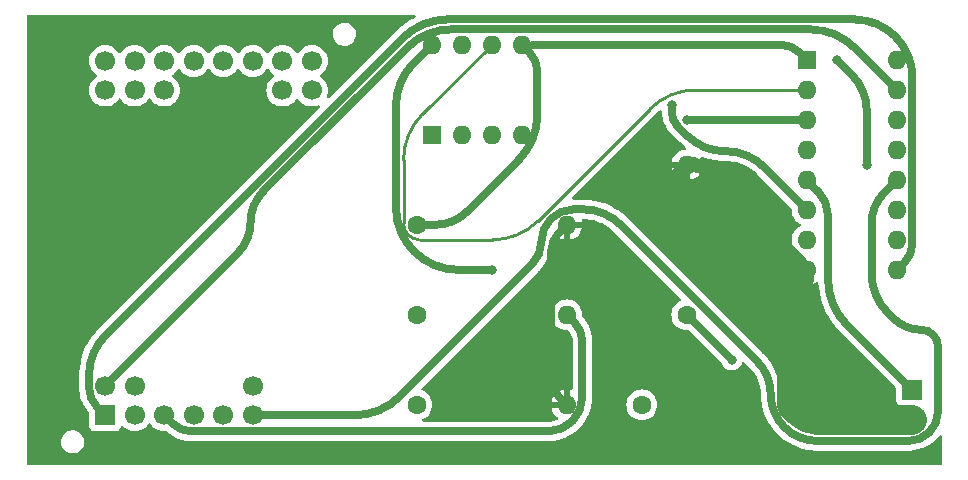
<source format=gbr>
%TF.GenerationSoftware,KiCad,Pcbnew,7.0.8*%
%TF.CreationDate,2025-02-14T01:10:42+05:30*%
%TF.ProjectId,7 segmetn display,37207365-676d-4657-946e-20646973706c,rev?*%
%TF.SameCoordinates,Original*%
%TF.FileFunction,Copper,L1,Top*%
%TF.FilePolarity,Positive*%
%FSLAX46Y46*%
G04 Gerber Fmt 4.6, Leading zero omitted, Abs format (unit mm)*
G04 Created by KiCad (PCBNEW 7.0.8) date 2025-02-14 01:10:42*
%MOMM*%
%LPD*%
G01*
G04 APERTURE LIST*
%TA.AperFunction,ComponentPad*%
%ADD10R,1.700000X1.700000*%
%TD*%
%TA.AperFunction,ComponentPad*%
%ADD11C,1.700000*%
%TD*%
%TA.AperFunction,ComponentPad*%
%ADD12C,1.600000*%
%TD*%
%TA.AperFunction,ComponentPad*%
%ADD13O,1.600000X1.600000*%
%TD*%
%TA.AperFunction,ComponentPad*%
%ADD14R,1.600000X1.600000*%
%TD*%
%TA.AperFunction,ComponentPad*%
%ADD15O,1.700000X1.700000*%
%TD*%
%TA.AperFunction,ViaPad*%
%ADD16C,0.800000*%
%TD*%
%TA.AperFunction,Conductor*%
%ADD17C,0.635000*%
%TD*%
%TA.AperFunction,Conductor*%
%ADD18C,2.540000*%
%TD*%
%TA.AperFunction,Conductor*%
%ADD19C,1.270000*%
%TD*%
%TA.AperFunction,Conductor*%
%ADD20C,0.250000*%
%TD*%
G04 APERTURE END LIST*
D10*
%TO.P,U2,1,E*%
%TO.N,Net-(U1-e)*%
X108232500Y-120267500D03*
D11*
%TO.P,U2,2,D*%
%TO.N,Net-(U1-d)*%
X110732500Y-120267500D03*
%TO.P,U2,3,CC*%
%TO.N,Net-(R2-Pad2)*%
X113232500Y-120267500D03*
%TO.P,U2,4,C*%
%TO.N,Net-(U1-c)*%
X115732500Y-120267500D03*
%TO.P,U2,5,DP*%
%TO.N,unconnected-(U2-DP-Pad5)*%
X118232500Y-120267500D03*
%TO.P,U2,6,B*%
%TO.N,Net-(U1-b)*%
X120732500Y-120267500D03*
%TO.P,U2,9,F*%
%TO.N,Net-(U1-f)*%
X108232500Y-117767500D03*
%TO.P,U2,10,G*%
%TO.N,Net-(U1-g)*%
X110732500Y-117767500D03*
%TO.P,U2,11*%
%TO.N,N/C*%
X120732500Y-117767500D03*
%TO.P,U2,13*%
X108232500Y-92767500D03*
%TO.P,U2,14*%
X110732500Y-92767500D03*
%TO.P,U2,15*%
X113232500Y-92767500D03*
%TO.P,U2,16*%
X123232500Y-92767500D03*
%TO.P,U2,17*%
X125732500Y-92767500D03*
%TO.P,U2,18*%
X108232500Y-90267500D03*
%TO.P,U2,19*%
X110732500Y-90267500D03*
%TO.P,U2,20*%
X113232500Y-90267500D03*
%TO.P,U2,21*%
X115732500Y-90267500D03*
%TO.P,U2,22*%
X118232500Y-90267500D03*
%TO.P,U2,23*%
X120732500Y-90267500D03*
%TO.P,U2,24*%
X123232500Y-90267500D03*
%TO.P,U2,25*%
X125732500Y-90267500D03*
%TD*%
D12*
%TO.P,R5,1*%
%TO.N,Net-(U1-A)*%
X157480000Y-111760000D03*
D13*
%TO.P,R5,2*%
%TO.N,GND*%
X157480000Y-99060000D03*
%TD*%
D14*
%TO.P,U1,1,B*%
%TO.N,Net-(U1-B)*%
X167650000Y-90185000D03*
D13*
%TO.P,U1,2,C*%
%TO.N,Net-(U1-C)*%
X167650000Y-92725000D03*
%TO.P,U1,3,LT*%
%TO.N,+5V*%
X167650000Y-95265000D03*
%TO.P,U1,4,BI*%
X167650000Y-97805000D03*
%TO.P,U1,5,RBI*%
X167650000Y-100345000D03*
%TO.P,U1,6,D*%
%TO.N,Net-(U1-D)*%
X167650000Y-102885000D03*
%TO.P,U1,7,A*%
%TO.N,Net-(U1-A)*%
X167650000Y-105425000D03*
%TO.P,U1,8,GND*%
%TO.N,GND*%
X167650000Y-107965000D03*
%TO.P,U1,9,e*%
%TO.N,Net-(U1-e)*%
X175270000Y-107965000D03*
%TO.P,U1,10,d*%
%TO.N,Net-(U1-d)*%
X175270000Y-105425000D03*
%TO.P,U1,11,c*%
%TO.N,Net-(U1-c)*%
X175270000Y-102885000D03*
%TO.P,U1,12,b*%
%TO.N,Net-(U1-b)*%
X175270000Y-100345000D03*
%TO.P,U1,13,a*%
%TO.N,Net-(U1-a)*%
X175270000Y-97805000D03*
%TO.P,U1,14,g*%
%TO.N,Net-(U1-g)*%
X175270000Y-95265000D03*
%TO.P,U1,15,f*%
%TO.N,Net-(U1-f)*%
X175270000Y-92725000D03*
%TO.P,U1,16,VCC*%
%TO.N,+5V*%
X175270000Y-90185000D03*
%TD*%
D12*
%TO.P,R1,1*%
%TO.N,Net-(U1-B)*%
X134620000Y-104140000D03*
D13*
%TO.P,R1,2*%
%TO.N,GND*%
X147320000Y-104140000D03*
%TD*%
D14*
%TO.P,SW1,1*%
%TO.N,+5V*%
X135890000Y-96520000D03*
D13*
%TO.P,SW1,2*%
X138430000Y-96520000D03*
%TO.P,SW1,3*%
X140970000Y-96520000D03*
%TO.P,SW1,4*%
X143510000Y-96520000D03*
%TO.P,SW1,5*%
%TO.N,Net-(U1-B)*%
X143510000Y-88900000D03*
%TO.P,SW1,6*%
%TO.N,Net-(U1-C)*%
X140970000Y-88900000D03*
%TO.P,SW1,7*%
%TO.N,Net-(U1-D)*%
X138430000Y-88900000D03*
%TO.P,SW1,8*%
%TO.N,Net-(U1-A)*%
X135890000Y-88900000D03*
%TD*%
D12*
%TO.P,R3,1*%
%TO.N,Net-(U1-C)*%
X134620000Y-119380000D03*
D13*
%TO.P,R3,2*%
%TO.N,GND*%
X147320000Y-119380000D03*
%TD*%
D12*
%TO.P,R4,1*%
%TO.N,Net-(U1-D)*%
X153670000Y-119380000D03*
D13*
%TO.P,R4,2*%
%TO.N,GND*%
X166370000Y-119380000D03*
%TD*%
D10*
%TO.P,J1,1,Pin_1*%
%TO.N,+5V*%
X176530000Y-118110000D03*
D15*
%TO.P,J1,2,Pin_2*%
%TO.N,GND*%
X176530000Y-120650000D03*
%TD*%
D12*
%TO.P,R2,1*%
%TO.N,+5V*%
X134620000Y-111760000D03*
D13*
%TO.P,R2,2*%
%TO.N,Net-(R2-Pad2)*%
X147320000Y-111760000D03*
%TD*%
D16*
%TO.N,+5V*%
X157480000Y-95250000D03*
%TO.N,GND*%
X153670000Y-102870000D03*
%TO.N,Net-(U1-D)*%
X156210000Y-93980000D03*
%TO.N,Net-(U1-A)*%
X161290000Y-115570000D03*
X140970000Y-107950000D03*
%TO.N,Net-(U1-d)*%
X170180000Y-90170000D03*
X170180000Y-90170000D03*
X172720000Y-99060000D03*
%TD*%
D17*
%TO.N,+5V*%
X157487500Y-95257500D02*
X157480000Y-95250000D01*
X169437500Y-103396453D02*
X169437500Y-108763536D01*
X171031292Y-112611292D02*
X176530000Y-118110000D01*
X168543750Y-101238750D02*
X167650000Y-100345000D01*
X157505606Y-95265000D02*
X167650000Y-95265000D01*
X169437519Y-103396453D02*
G75*
G03*
X168543750Y-101238750I-3051519J-47D01*
G01*
X169437490Y-108763536D02*
G75*
G03*
X171031293Y-112611291I5441610J36D01*
G01*
X157487498Y-95257502D02*
G75*
G03*
X157505606Y-95265000I18102J18102D01*
G01*
D18*
%TO.N,GND*%
X166370000Y-119380000D02*
X166370000Y-110150096D01*
D19*
X153670000Y-102870000D02*
X157032754Y-99507245D01*
D18*
X167005000Y-120015000D02*
X166370000Y-119380000D01*
D19*
X167010000Y-107325000D02*
X159192245Y-99507245D01*
D18*
X168538025Y-120650000D02*
X176530000Y-120650000D01*
D17*
X146002500Y-106389113D02*
X146002500Y-117130886D01*
X146661250Y-104798750D02*
X147320000Y-104140000D01*
X146661250Y-118721250D02*
X147320000Y-119380000D01*
D18*
X167010001Y-108605001D02*
G75*
G03*
X166370000Y-110150096I1545099J-1545099D01*
G01*
D19*
X167010000Y-108605000D02*
G75*
G03*
X167010000Y-107325000I-640000J640000D01*
G01*
X158112500Y-99060003D02*
G75*
G03*
X157032755Y-99507246I0J-1526997D01*
G01*
D17*
X146661246Y-104798746D02*
G75*
G03*
X146002500Y-106389113I1590354J-1590354D01*
G01*
X146002506Y-117130886D02*
G75*
G03*
X146661250Y-118721250I2249094J-14D01*
G01*
D19*
X159192247Y-99507243D02*
G75*
G03*
X158112500Y-99060000I-1079747J-1079757D01*
G01*
D18*
X167004992Y-120015008D02*
G75*
G03*
X168538025Y-120650000I1533008J1533008D01*
G01*
D17*
%TO.N,Net-(U1-B)*%
X143233707Y-98652406D02*
X138851362Y-103034751D01*
X167007500Y-89542500D02*
X167650000Y-90185000D01*
X144441613Y-88900000D02*
X165456367Y-88900000D01*
X144827500Y-94804650D02*
X144827500Y-91149113D01*
X136183057Y-104140000D02*
X134620000Y-104140000D01*
X144441613Y-88900032D02*
G75*
G03*
X144168750Y-89558750I-13J-385868D01*
G01*
X136183057Y-104139955D02*
G75*
G03*
X138851362Y-103034751I43J3773555D01*
G01*
X167007509Y-89542491D02*
G75*
G03*
X165456367Y-88900000I-1551109J-1551109D01*
G01*
X144827494Y-91149113D02*
G75*
G03*
X144168750Y-89558750I-2249094J13D01*
G01*
X143233693Y-98652392D02*
G75*
G03*
X144827500Y-94804650I-3847793J3847792D01*
G01*
%TO.N,Net-(R2-Pad2)*%
X113913922Y-120948922D02*
X113232500Y-120267500D01*
X115559020Y-121630344D02*
X145715394Y-121630344D01*
X147978750Y-112418750D02*
X147320000Y-111760000D01*
X148637500Y-118708238D02*
X148637500Y-114009113D01*
X113913907Y-120948937D02*
G75*
G03*
X115559020Y-121630344I1645093J1645137D01*
G01*
X147781615Y-120774459D02*
G75*
G03*
X148637500Y-118708238I-2066215J2066259D01*
G01*
X148637494Y-114009113D02*
G75*
G03*
X147978750Y-112418750I-2249094J13D01*
G01*
X145715394Y-121630328D02*
G75*
G03*
X147781635Y-120774479I6J2922128D01*
G01*
D20*
%TO.N,Net-(U1-C)*%
X133495000Y-98628963D02*
X133495000Y-104025328D01*
X154376461Y-94318792D02*
X144879046Y-103816207D01*
X141031290Y-105410000D02*
X134879671Y-105410000D01*
X158224217Y-92725000D02*
X167650000Y-92725000D01*
X135088792Y-94781207D02*
X140970000Y-88900000D01*
X141031290Y-105409977D02*
G75*
G03*
X144879045Y-103816206I10J5441577D01*
G01*
X133900569Y-105004431D02*
G75*
G03*
X134879671Y-105410000I979131J979131D01*
G01*
X158224217Y-92724998D02*
G75*
G03*
X154376462Y-94318793I-17J-5441502D01*
G01*
X133494989Y-104025328D02*
G75*
G03*
X133900561Y-105004439I1384711J28D01*
G01*
X135088821Y-94781236D02*
G75*
G03*
X133495000Y-98628963I3847679J-3847764D01*
G01*
D17*
%TO.N,Net-(U1-D)*%
X156210000Y-93980000D02*
X156210000Y-94628770D01*
X157524979Y-96592520D02*
X156668750Y-95736291D01*
X167650000Y-102882500D02*
X167650000Y-102885000D01*
X167648232Y-102878232D02*
X164034275Y-99264275D01*
X160699620Y-97907500D02*
X160758729Y-97907500D01*
X156210030Y-94628770D02*
G75*
G03*
X156668750Y-95736291I1566270J-30D01*
G01*
X157524973Y-96592526D02*
G75*
G03*
X160699620Y-97907500I3174627J3174626D01*
G01*
X167650010Y-102882500D02*
G75*
G03*
X167648232Y-102878232I-6010J0D01*
G01*
X164034256Y-99264294D02*
G75*
G03*
X160758729Y-97907500I-3275556J-3275506D01*
G01*
%TO.N,Net-(U1-A)*%
X161290000Y-115570000D02*
X157480000Y-111760000D01*
X134371250Y-90418750D02*
X135890000Y-88900000D01*
X138118907Y-107950000D02*
X140970000Y-107950000D01*
X132852500Y-94085336D02*
X132852500Y-102683592D01*
X134394993Y-106407507D02*
G75*
G03*
X138118907Y-107950000I3723907J3723907D01*
G01*
X132852504Y-102683592D02*
G75*
G03*
X134394996Y-106407504I5266396J-8D01*
G01*
X134371239Y-90418739D02*
G75*
G03*
X132852500Y-94085336I3666561J-3666561D01*
G01*
%TO.N,Net-(U1-e)*%
X175928750Y-107306250D02*
X175270000Y-107965000D01*
X106865000Y-117933031D02*
X106865000Y-116894009D01*
X171638792Y-86747500D02*
X137259481Y-86747500D01*
X108283449Y-113469568D02*
X133411725Y-88341292D01*
X107548750Y-119583750D02*
X108232500Y-120267500D01*
X176587500Y-105715886D02*
X176587500Y-91696207D01*
X175928754Y-107306254D02*
G75*
G03*
X176587500Y-105715886I-1590354J1590354D01*
G01*
X106864987Y-117933031D02*
G75*
G03*
X107548750Y-119583750I2334513J31D01*
G01*
X108283443Y-113469562D02*
G75*
G03*
X106865000Y-116894009I3424457J-3424438D01*
G01*
X175138059Y-88196941D02*
G75*
G03*
X171638792Y-86747500I-3499259J-3499259D01*
G01*
X137259481Y-86747472D02*
G75*
G03*
X133411725Y-88341292I19J-5441528D01*
G01*
X176587496Y-91696207D02*
G75*
G03*
X175138056Y-88196944I-4948696J7D01*
G01*
%TO.N,Net-(U1-d)*%
X172720000Y-99060000D02*
X172720000Y-94506051D01*
X170180000Y-90170000D02*
X171450000Y-91440000D01*
X172720020Y-94506051D02*
G75*
G03*
X171450000Y-91440000I-4336120J-49D01*
G01*
%TO.N,Net-(U1-b)*%
X178752500Y-119928053D02*
X178752500Y-114441127D01*
X148673193Y-102822500D02*
X147922575Y-102822500D01*
X164582500Y-118481973D02*
X164582500Y-118480203D01*
X174193750Y-101421250D02*
X175270000Y-100345000D01*
X174523873Y-111623627D02*
X174932428Y-112032182D01*
X168538025Y-122437500D02*
X176243053Y-122437500D01*
X129326036Y-120267500D02*
X120732500Y-120267500D01*
X133173792Y-118673707D02*
X144374262Y-107473237D01*
X173117500Y-108228342D02*
X173117500Y-104019547D01*
X151902709Y-104160209D02*
X163422701Y-115680201D01*
X145974442Y-103629442D02*
X145960737Y-103643148D01*
X145960737Y-103643148D02*
G75*
G03*
X145167500Y-105558193I1915063J-1915052D01*
G01*
X176243053Y-122437521D02*
G75*
G03*
X178017499Y-121702499I-53J2509521D01*
G01*
X174193736Y-101421236D02*
G75*
G03*
X173117500Y-104019547I2598264J-2598264D01*
G01*
X174932434Y-112032176D02*
G75*
G03*
X177341373Y-113030000I2408966J2408976D01*
G01*
X129326036Y-120267510D02*
G75*
G03*
X133173792Y-118673707I-36J5441610D01*
G01*
X164582497Y-118480203D02*
G75*
G03*
X163422700Y-115680202I-3959797J3D01*
G01*
X144374270Y-107473245D02*
G75*
G03*
X145167500Y-105558193I-1915070J1915045D01*
G01*
X147922575Y-102822489D02*
G75*
G03*
X145974442Y-103629442I25J-2755111D01*
G01*
X173117483Y-108228342D02*
G75*
G03*
X174523873Y-111623627I4801717J42D01*
G01*
X151902707Y-104160211D02*
G75*
G03*
X148673193Y-102822500I-3229507J-3229489D01*
G01*
X178752500Y-114441127D02*
G75*
G03*
X177341373Y-113030000I-1411100J27D01*
G01*
X164582511Y-118481973D02*
G75*
G03*
X165741046Y-121278953I3955489J-27D01*
G01*
X178017484Y-121702484D02*
G75*
G03*
X178752500Y-119928053I-1774484J1774484D01*
G01*
X165741039Y-121278960D02*
G75*
G03*
X168538025Y-122437500I2796961J2796960D01*
G01*
%TO.N,Net-(U1-f)*%
X133757593Y-89176292D02*
X121626535Y-101307350D01*
X137605349Y-87582500D02*
X167873536Y-87582500D01*
X119458464Y-106541535D02*
X108232500Y-117767500D01*
X171721292Y-89176292D02*
X175270000Y-92725000D01*
X121626520Y-101307335D02*
G75*
G03*
X120542500Y-103924443I2617080J-2617065D01*
G01*
X171721284Y-89176300D02*
G75*
G03*
X167873536Y-87582500I-3847784J-3847800D01*
G01*
X137605349Y-87582520D02*
G75*
G03*
X133757593Y-89176292I-49J-5441480D01*
G01*
X119458437Y-106541508D02*
G75*
G03*
X120542500Y-103924443I-2617037J2617108D01*
G01*
%TD*%
%TA.AperFunction,Conductor*%
%TO.N,GND*%
G36*
X134453689Y-86380185D02*
G01*
X134499444Y-86432989D01*
X134509388Y-86502147D01*
X134480363Y-86565703D01*
X134446078Y-86593332D01*
X134063377Y-86802306D01*
X134063378Y-86802306D01*
X134063376Y-86802307D01*
X133687235Y-87044042D01*
X133329297Y-87311995D01*
X133329292Y-87311999D01*
X133207758Y-87417311D01*
X132991390Y-87604798D01*
X132860416Y-87735771D01*
X132860404Y-87735785D01*
X127190323Y-93405866D01*
X127129000Y-93439351D01*
X127059308Y-93434367D01*
X127003375Y-93392495D01*
X126978958Y-93327031D01*
X126990261Y-93265779D01*
X127006400Y-93231169D01*
X127006403Y-93231163D01*
X127067563Y-93002908D01*
X127088159Y-92767500D01*
X127067563Y-92532092D01*
X127006403Y-92303837D01*
X126906535Y-92089671D01*
X126894436Y-92072391D01*
X126770994Y-91896097D01*
X126603902Y-91729006D01*
X126603896Y-91729001D01*
X126446905Y-91619075D01*
X126403280Y-91564498D01*
X126396086Y-91495000D01*
X126427609Y-91432645D01*
X126446905Y-91415925D01*
X126551699Y-91342547D01*
X126603901Y-91305995D01*
X126770995Y-91138901D01*
X126906535Y-90945330D01*
X127006403Y-90731163D01*
X127067563Y-90502908D01*
X127088159Y-90267500D01*
X127067563Y-90032092D01*
X127006403Y-89803837D01*
X126906535Y-89589671D01*
X126894436Y-89572391D01*
X126770994Y-89396097D01*
X126603902Y-89229006D01*
X126603895Y-89229001D01*
X126410334Y-89093467D01*
X126410330Y-89093465D01*
X126410328Y-89093464D01*
X126196163Y-88993597D01*
X126196159Y-88993596D01*
X126196155Y-88993594D01*
X125967913Y-88932438D01*
X125967903Y-88932436D01*
X125732501Y-88911841D01*
X125732499Y-88911841D01*
X125497096Y-88932436D01*
X125497086Y-88932438D01*
X125268844Y-88993594D01*
X125268835Y-88993598D01*
X125054671Y-89093464D01*
X125054669Y-89093465D01*
X124861097Y-89229005D01*
X124694005Y-89396097D01*
X124584075Y-89553095D01*
X124529498Y-89596720D01*
X124460000Y-89603914D01*
X124397645Y-89572391D01*
X124380925Y-89553095D01*
X124270994Y-89396097D01*
X124103902Y-89229006D01*
X124103895Y-89229001D01*
X123910334Y-89093467D01*
X123910330Y-89093465D01*
X123910328Y-89093464D01*
X123696163Y-88993597D01*
X123696159Y-88993596D01*
X123696155Y-88993594D01*
X123467913Y-88932438D01*
X123467903Y-88932436D01*
X123232501Y-88911841D01*
X123232499Y-88911841D01*
X122997096Y-88932436D01*
X122997086Y-88932438D01*
X122768844Y-88993594D01*
X122768835Y-88993598D01*
X122554671Y-89093464D01*
X122554669Y-89093465D01*
X122361097Y-89229005D01*
X122194005Y-89396097D01*
X122084075Y-89553095D01*
X122029498Y-89596720D01*
X121960000Y-89603914D01*
X121897645Y-89572391D01*
X121880925Y-89553095D01*
X121770994Y-89396097D01*
X121603902Y-89229006D01*
X121603895Y-89229001D01*
X121410334Y-89093467D01*
X121410330Y-89093465D01*
X121410328Y-89093464D01*
X121196163Y-88993597D01*
X121196159Y-88993596D01*
X121196155Y-88993594D01*
X120967913Y-88932438D01*
X120967903Y-88932436D01*
X120732501Y-88911841D01*
X120732499Y-88911841D01*
X120497096Y-88932436D01*
X120497086Y-88932438D01*
X120268844Y-88993594D01*
X120268835Y-88993598D01*
X120054671Y-89093464D01*
X120054669Y-89093465D01*
X119861097Y-89229005D01*
X119694005Y-89396097D01*
X119584075Y-89553095D01*
X119529498Y-89596720D01*
X119460000Y-89603914D01*
X119397645Y-89572391D01*
X119380925Y-89553095D01*
X119270994Y-89396097D01*
X119103902Y-89229006D01*
X119103895Y-89229001D01*
X118910334Y-89093467D01*
X118910330Y-89093465D01*
X118910328Y-89093464D01*
X118696163Y-88993597D01*
X118696159Y-88993596D01*
X118696155Y-88993594D01*
X118467913Y-88932438D01*
X118467903Y-88932436D01*
X118232501Y-88911841D01*
X118232499Y-88911841D01*
X117997096Y-88932436D01*
X117997086Y-88932438D01*
X117768844Y-88993594D01*
X117768835Y-88993598D01*
X117554671Y-89093464D01*
X117554669Y-89093465D01*
X117361097Y-89229005D01*
X117194005Y-89396097D01*
X117084075Y-89553095D01*
X117029498Y-89596720D01*
X116960000Y-89603914D01*
X116897645Y-89572391D01*
X116880925Y-89553095D01*
X116770994Y-89396097D01*
X116603902Y-89229006D01*
X116603895Y-89229001D01*
X116410334Y-89093467D01*
X116410330Y-89093465D01*
X116410328Y-89093464D01*
X116196163Y-88993597D01*
X116196159Y-88993596D01*
X116196155Y-88993594D01*
X115967913Y-88932438D01*
X115967903Y-88932436D01*
X115732501Y-88911841D01*
X115732499Y-88911841D01*
X115497096Y-88932436D01*
X115497086Y-88932438D01*
X115268844Y-88993594D01*
X115268835Y-88993598D01*
X115054671Y-89093464D01*
X115054669Y-89093465D01*
X114861097Y-89229005D01*
X114694005Y-89396097D01*
X114584075Y-89553095D01*
X114529498Y-89596720D01*
X114460000Y-89603914D01*
X114397645Y-89572391D01*
X114380925Y-89553095D01*
X114270994Y-89396097D01*
X114103902Y-89229006D01*
X114103895Y-89229001D01*
X113910334Y-89093467D01*
X113910330Y-89093465D01*
X113910328Y-89093464D01*
X113696163Y-88993597D01*
X113696159Y-88993596D01*
X113696155Y-88993594D01*
X113467913Y-88932438D01*
X113467903Y-88932436D01*
X113232501Y-88911841D01*
X113232499Y-88911841D01*
X112997096Y-88932436D01*
X112997086Y-88932438D01*
X112768844Y-88993594D01*
X112768835Y-88993598D01*
X112554671Y-89093464D01*
X112554669Y-89093465D01*
X112361097Y-89229005D01*
X112194005Y-89396097D01*
X112084075Y-89553095D01*
X112029498Y-89596720D01*
X111960000Y-89603914D01*
X111897645Y-89572391D01*
X111880925Y-89553095D01*
X111770994Y-89396097D01*
X111603902Y-89229006D01*
X111603895Y-89229001D01*
X111410334Y-89093467D01*
X111410330Y-89093465D01*
X111410328Y-89093464D01*
X111196163Y-88993597D01*
X111196159Y-88993596D01*
X111196155Y-88993594D01*
X110967913Y-88932438D01*
X110967903Y-88932436D01*
X110732501Y-88911841D01*
X110732499Y-88911841D01*
X110497096Y-88932436D01*
X110497086Y-88932438D01*
X110268844Y-88993594D01*
X110268835Y-88993598D01*
X110054671Y-89093464D01*
X110054669Y-89093465D01*
X109861097Y-89229005D01*
X109694005Y-89396097D01*
X109584075Y-89553095D01*
X109529498Y-89596720D01*
X109460000Y-89603914D01*
X109397645Y-89572391D01*
X109380925Y-89553095D01*
X109270994Y-89396097D01*
X109103902Y-89229006D01*
X109103895Y-89229001D01*
X108910334Y-89093467D01*
X108910330Y-89093465D01*
X108910328Y-89093464D01*
X108696163Y-88993597D01*
X108696159Y-88993596D01*
X108696155Y-88993594D01*
X108467913Y-88932438D01*
X108467903Y-88932436D01*
X108232501Y-88911841D01*
X108232499Y-88911841D01*
X107997096Y-88932436D01*
X107997086Y-88932438D01*
X107768844Y-88993594D01*
X107768835Y-88993598D01*
X107554671Y-89093464D01*
X107554669Y-89093465D01*
X107361097Y-89229005D01*
X107194005Y-89396097D01*
X107058465Y-89589669D01*
X107058464Y-89589671D01*
X106958598Y-89803835D01*
X106958594Y-89803844D01*
X106897438Y-90032086D01*
X106897436Y-90032096D01*
X106876841Y-90267499D01*
X106876841Y-90267500D01*
X106897436Y-90502903D01*
X106897438Y-90502913D01*
X106958594Y-90731155D01*
X106958596Y-90731159D01*
X106958597Y-90731163D01*
X107019415Y-90861587D01*
X107058465Y-90945330D01*
X107058467Y-90945334D01*
X107161502Y-91092482D01*
X107194001Y-91138896D01*
X107194006Y-91138902D01*
X107361097Y-91305993D01*
X107361103Y-91305998D01*
X107518095Y-91415925D01*
X107561720Y-91470502D01*
X107568914Y-91540000D01*
X107537391Y-91602355D01*
X107518095Y-91619075D01*
X107361097Y-91729005D01*
X107194005Y-91896097D01*
X107058465Y-92089669D01*
X107058464Y-92089671D01*
X106958598Y-92303835D01*
X106958594Y-92303844D01*
X106897438Y-92532086D01*
X106897436Y-92532096D01*
X106876841Y-92767499D01*
X106876841Y-92767500D01*
X106897436Y-93002903D01*
X106897438Y-93002913D01*
X106958594Y-93231155D01*
X106958596Y-93231159D01*
X106958597Y-93231163D01*
X107033828Y-93392495D01*
X107058465Y-93445330D01*
X107058467Y-93445334D01*
X107141656Y-93564139D01*
X107194005Y-93638901D01*
X107361099Y-93805995D01*
X107453837Y-93870931D01*
X107554665Y-93941532D01*
X107554667Y-93941533D01*
X107554670Y-93941535D01*
X107768837Y-94041403D01*
X107997092Y-94102563D01*
X108185418Y-94119039D01*
X108232499Y-94123159D01*
X108232500Y-94123159D01*
X108232501Y-94123159D01*
X108271734Y-94119726D01*
X108467908Y-94102563D01*
X108696163Y-94041403D01*
X108910330Y-93941535D01*
X109103901Y-93805995D01*
X109270995Y-93638901D01*
X109380925Y-93481905D01*
X109435502Y-93438280D01*
X109505000Y-93431086D01*
X109567355Y-93462609D01*
X109584075Y-93481905D01*
X109694000Y-93638895D01*
X109694005Y-93638901D01*
X109861099Y-93805995D01*
X109953837Y-93870931D01*
X110054665Y-93941532D01*
X110054667Y-93941533D01*
X110054670Y-93941535D01*
X110268837Y-94041403D01*
X110497092Y-94102563D01*
X110685418Y-94119039D01*
X110732499Y-94123159D01*
X110732500Y-94123159D01*
X110732501Y-94123159D01*
X110771734Y-94119726D01*
X110967908Y-94102563D01*
X111196163Y-94041403D01*
X111410330Y-93941535D01*
X111603901Y-93805995D01*
X111770995Y-93638901D01*
X111880925Y-93481905D01*
X111935502Y-93438280D01*
X112005000Y-93431086D01*
X112067355Y-93462609D01*
X112084075Y-93481905D01*
X112194000Y-93638895D01*
X112194005Y-93638901D01*
X112361099Y-93805995D01*
X112453837Y-93870931D01*
X112554665Y-93941532D01*
X112554667Y-93941533D01*
X112554670Y-93941535D01*
X112768837Y-94041403D01*
X112997092Y-94102563D01*
X113185418Y-94119039D01*
X113232499Y-94123159D01*
X113232500Y-94123159D01*
X113232501Y-94123159D01*
X113271734Y-94119726D01*
X113467908Y-94102563D01*
X113696163Y-94041403D01*
X113910330Y-93941535D01*
X114103901Y-93805995D01*
X114270995Y-93638901D01*
X114406535Y-93445330D01*
X114506403Y-93231163D01*
X114567563Y-93002908D01*
X114588159Y-92767500D01*
X114567563Y-92532092D01*
X114506403Y-92303837D01*
X114406535Y-92089671D01*
X114394436Y-92072391D01*
X114270994Y-91896097D01*
X114103902Y-91729006D01*
X114103896Y-91729001D01*
X113946905Y-91619075D01*
X113903280Y-91564498D01*
X113896086Y-91495000D01*
X113927609Y-91432645D01*
X113946905Y-91415925D01*
X114051699Y-91342547D01*
X114103901Y-91305995D01*
X114270995Y-91138901D01*
X114380925Y-90981905D01*
X114435502Y-90938280D01*
X114505000Y-90931086D01*
X114567355Y-90962609D01*
X114584075Y-90981905D01*
X114694000Y-91138895D01*
X114694005Y-91138901D01*
X114861099Y-91305995D01*
X114913301Y-91342547D01*
X115054665Y-91441532D01*
X115054667Y-91441533D01*
X115054670Y-91441535D01*
X115268837Y-91541403D01*
X115497092Y-91602563D01*
X115685418Y-91619039D01*
X115732499Y-91623159D01*
X115732500Y-91623159D01*
X115732501Y-91623159D01*
X115779179Y-91619075D01*
X115967908Y-91602563D01*
X116196163Y-91541403D01*
X116410330Y-91441535D01*
X116603901Y-91305995D01*
X116770995Y-91138901D01*
X116880925Y-90981905D01*
X116935502Y-90938280D01*
X117005000Y-90931086D01*
X117067355Y-90962609D01*
X117084075Y-90981905D01*
X117194000Y-91138895D01*
X117194005Y-91138901D01*
X117361099Y-91305995D01*
X117413301Y-91342547D01*
X117554665Y-91441532D01*
X117554667Y-91441533D01*
X117554670Y-91441535D01*
X117768837Y-91541403D01*
X117997092Y-91602563D01*
X118185418Y-91619039D01*
X118232499Y-91623159D01*
X118232500Y-91623159D01*
X118232501Y-91623159D01*
X118279179Y-91619075D01*
X118467908Y-91602563D01*
X118696163Y-91541403D01*
X118910330Y-91441535D01*
X119103901Y-91305995D01*
X119270995Y-91138901D01*
X119380925Y-90981905D01*
X119435502Y-90938280D01*
X119505000Y-90931086D01*
X119567355Y-90962609D01*
X119584075Y-90981905D01*
X119694000Y-91138895D01*
X119694005Y-91138901D01*
X119861099Y-91305995D01*
X119913301Y-91342547D01*
X120054665Y-91441532D01*
X120054667Y-91441533D01*
X120054670Y-91441535D01*
X120268837Y-91541403D01*
X120497092Y-91602563D01*
X120685418Y-91619039D01*
X120732499Y-91623159D01*
X120732500Y-91623159D01*
X120732501Y-91623159D01*
X120779179Y-91619075D01*
X120967908Y-91602563D01*
X121196163Y-91541403D01*
X121410330Y-91441535D01*
X121603901Y-91305995D01*
X121770995Y-91138901D01*
X121880925Y-90981905D01*
X121935502Y-90938280D01*
X122005000Y-90931086D01*
X122067355Y-90962609D01*
X122084075Y-90981905D01*
X122194001Y-91138896D01*
X122194006Y-91138902D01*
X122361097Y-91305993D01*
X122361103Y-91305998D01*
X122518095Y-91415925D01*
X122561720Y-91470502D01*
X122568914Y-91540000D01*
X122537391Y-91602355D01*
X122518095Y-91619075D01*
X122361097Y-91729005D01*
X122194005Y-91896097D01*
X122058465Y-92089669D01*
X122058464Y-92089671D01*
X121958598Y-92303835D01*
X121958594Y-92303844D01*
X121897438Y-92532086D01*
X121897436Y-92532096D01*
X121876841Y-92767499D01*
X121876841Y-92767500D01*
X121897436Y-93002903D01*
X121897438Y-93002913D01*
X121958594Y-93231155D01*
X121958596Y-93231159D01*
X121958597Y-93231163D01*
X122033828Y-93392495D01*
X122058465Y-93445330D01*
X122058467Y-93445334D01*
X122141656Y-93564139D01*
X122194005Y-93638901D01*
X122361099Y-93805995D01*
X122453837Y-93870931D01*
X122554665Y-93941532D01*
X122554667Y-93941533D01*
X122554670Y-93941535D01*
X122768837Y-94041403D01*
X122997092Y-94102563D01*
X123185418Y-94119039D01*
X123232499Y-94123159D01*
X123232500Y-94123159D01*
X123232501Y-94123159D01*
X123271734Y-94119726D01*
X123467908Y-94102563D01*
X123696163Y-94041403D01*
X123910330Y-93941535D01*
X124103901Y-93805995D01*
X124270995Y-93638901D01*
X124380925Y-93481905D01*
X124435502Y-93438280D01*
X124505000Y-93431086D01*
X124567355Y-93462609D01*
X124584075Y-93481905D01*
X124694000Y-93638895D01*
X124694005Y-93638901D01*
X124861099Y-93805995D01*
X124953837Y-93870931D01*
X125054665Y-93941532D01*
X125054667Y-93941533D01*
X125054670Y-93941535D01*
X125268837Y-94041403D01*
X125497092Y-94102563D01*
X125685418Y-94119039D01*
X125732499Y-94123159D01*
X125732500Y-94123159D01*
X125732501Y-94123159D01*
X125771734Y-94119726D01*
X125967908Y-94102563D01*
X126196163Y-94041403D01*
X126230779Y-94025260D01*
X126299856Y-94014768D01*
X126363640Y-94043287D01*
X126401881Y-94101763D01*
X126402436Y-94171630D01*
X126370866Y-94225323D01*
X107767087Y-112829103D01*
X107767068Y-112829121D01*
X107741357Y-112854831D01*
X107741334Y-112854843D01*
X107705028Y-112891150D01*
X107547756Y-113048423D01*
X107427052Y-113189750D01*
X107258862Y-113386676D01*
X106997396Y-113746554D01*
X106997397Y-113746554D01*
X106997394Y-113746558D01*
X106764969Y-114125842D01*
X106764966Y-114125847D01*
X106728735Y-114196956D01*
X106563020Y-114522193D01*
X106392789Y-114933170D01*
X106392788Y-114933171D01*
X106392788Y-114933170D01*
X106294873Y-115234527D01*
X106255330Y-115356229D01*
X106216010Y-115520011D01*
X106151486Y-115788773D01*
X106081899Y-116228136D01*
X106081899Y-116228137D01*
X106046999Y-116671590D01*
X106046999Y-116671591D01*
X106047000Y-116848071D01*
X106047000Y-117843744D01*
X106046999Y-117843766D01*
X106046999Y-117881667D01*
X106046986Y-117881711D01*
X106046988Y-118087907D01*
X106077352Y-118396162D01*
X106077353Y-118396170D01*
X106137784Y-118699955D01*
X106227694Y-118996345D01*
X106324066Y-119229001D01*
X106346233Y-119282515D01*
X106406943Y-119396095D01*
X106492243Y-119555677D01*
X106492249Y-119555687D01*
X106664323Y-119813212D01*
X106664333Y-119813226D01*
X106675224Y-119826497D01*
X106844477Y-120032732D01*
X106853853Y-120044156D01*
X106881166Y-120108466D01*
X106882000Y-120122821D01*
X106882000Y-121165370D01*
X106882001Y-121165376D01*
X106888408Y-121224983D01*
X106938702Y-121359828D01*
X106938706Y-121359835D01*
X107024952Y-121475044D01*
X107024955Y-121475047D01*
X107140164Y-121561293D01*
X107140171Y-121561297D01*
X107275017Y-121611591D01*
X107275016Y-121611591D01*
X107279565Y-121612080D01*
X107334627Y-121618000D01*
X109130372Y-121617999D01*
X109189983Y-121611591D01*
X109324831Y-121561296D01*
X109440046Y-121475046D01*
X109526296Y-121359831D01*
X109564444Y-121257551D01*
X109606315Y-121201617D01*
X109671779Y-121177200D01*
X109740052Y-121192051D01*
X109768307Y-121213203D01*
X109861099Y-121305995D01*
X109957884Y-121373765D01*
X110054665Y-121441532D01*
X110054667Y-121441533D01*
X110054670Y-121441535D01*
X110268837Y-121541403D01*
X110497092Y-121602563D01*
X110673534Y-121618000D01*
X110732499Y-121623159D01*
X110732500Y-121623159D01*
X110732501Y-121623159D01*
X110791466Y-121618000D01*
X110967908Y-121602563D01*
X111196163Y-121541403D01*
X111410330Y-121441535D01*
X111603901Y-121305995D01*
X111770995Y-121138901D01*
X111880925Y-120981905D01*
X111935502Y-120938280D01*
X112005000Y-120931086D01*
X112067355Y-120962609D01*
X112084075Y-120981905D01*
X112192006Y-121136047D01*
X112194005Y-121138901D01*
X112361099Y-121305995D01*
X112457884Y-121373765D01*
X112554665Y-121441532D01*
X112554667Y-121441533D01*
X112554670Y-121441535D01*
X112768837Y-121541403D01*
X112997092Y-121602563D01*
X113173534Y-121618000D01*
X113232499Y-121623159D01*
X113232500Y-121623159D01*
X113359119Y-121612080D01*
X113427618Y-121625846D01*
X113448590Y-121639753D01*
X113683570Y-121832591D01*
X113732994Y-121865614D01*
X113940453Y-122004230D01*
X113940456Y-122004231D01*
X113940464Y-122004237D01*
X114212945Y-122149877D01*
X114498389Y-122268108D01*
X114741021Y-122341707D01*
X114774696Y-122351922D01*
X114794048Y-122357792D01*
X115097073Y-122418064D01*
X115404546Y-122448345D01*
X115559027Y-122448344D01*
X145629417Y-122448344D01*
X145715392Y-122448344D01*
X145761332Y-122448344D01*
X145762784Y-122448344D01*
X145763357Y-122448328D01*
X145878689Y-122448328D01*
X145913188Y-122445309D01*
X146204037Y-122419865D01*
X146525667Y-122363154D01*
X146672080Y-122323923D01*
X146841132Y-122278628D01*
X147148027Y-122166929D01*
X147184596Y-122149877D01*
X147444020Y-122028907D01*
X147726858Y-121865614D01*
X147994387Y-121678291D01*
X148244573Y-121468364D01*
X148290336Y-121422600D01*
X148290347Y-121422592D01*
X148301455Y-121411485D01*
X148318887Y-121394054D01*
X148335890Y-121377049D01*
X148360042Y-121352899D01*
X148360041Y-121352898D01*
X148360042Y-121352898D01*
X148360042Y-121352899D01*
X148420837Y-121292106D01*
X148420840Y-121292100D01*
X148422964Y-121289977D01*
X148423319Y-121289581D01*
X148442931Y-121269970D01*
X148475491Y-121237412D01*
X148632424Y-121050390D01*
X148685421Y-120987232D01*
X148872751Y-120719704D01*
X149036050Y-120436870D01*
X149174077Y-120140879D01*
X149176056Y-120135444D01*
X149285780Y-119833987D01*
X149287788Y-119826496D01*
X149326332Y-119682655D01*
X149370312Y-119518528D01*
X149370312Y-119518527D01*
X149378884Y-119469917D01*
X149394740Y-119380001D01*
X152364532Y-119380001D01*
X152384364Y-119606686D01*
X152384366Y-119606697D01*
X152443258Y-119826488D01*
X152443261Y-119826497D01*
X152539431Y-120032732D01*
X152539432Y-120032734D01*
X152669954Y-120219141D01*
X152830858Y-120380045D01*
X152830861Y-120380047D01*
X153017266Y-120510568D01*
X153223504Y-120606739D01*
X153223509Y-120606740D01*
X153223511Y-120606741D01*
X153276415Y-120620916D01*
X153443308Y-120665635D01*
X153605230Y-120679801D01*
X153669998Y-120685468D01*
X153670000Y-120685468D01*
X153670002Y-120685468D01*
X153726673Y-120680509D01*
X153896692Y-120665635D01*
X154116496Y-120606739D01*
X154322734Y-120510568D01*
X154509139Y-120380047D01*
X154670047Y-120219139D01*
X154800568Y-120032734D01*
X154896739Y-119826496D01*
X154955635Y-119606692D01*
X154975468Y-119380000D01*
X154975434Y-119379617D01*
X154964519Y-119254852D01*
X154955635Y-119153308D01*
X154896739Y-118933504D01*
X154800568Y-118727266D01*
X154670047Y-118540861D01*
X154670045Y-118540858D01*
X154509141Y-118379954D01*
X154322734Y-118249432D01*
X154322732Y-118249431D01*
X154116497Y-118153261D01*
X154116488Y-118153258D01*
X153896697Y-118094366D01*
X153896693Y-118094365D01*
X153896692Y-118094365D01*
X153896691Y-118094364D01*
X153896686Y-118094364D01*
X153670002Y-118074532D01*
X153669998Y-118074532D01*
X153443313Y-118094364D01*
X153443302Y-118094366D01*
X153223511Y-118153258D01*
X153223502Y-118153261D01*
X153017267Y-118249431D01*
X153017265Y-118249432D01*
X152830858Y-118379954D01*
X152669954Y-118540858D01*
X152539432Y-118727265D01*
X152539431Y-118727267D01*
X152443261Y-118933502D01*
X152443258Y-118933511D01*
X152384366Y-119153302D01*
X152384364Y-119153313D01*
X152364532Y-119379998D01*
X152364532Y-119380001D01*
X149394740Y-119380001D01*
X149427029Y-119196893D01*
X149455498Y-118871544D01*
X149455498Y-118761780D01*
X149455500Y-118761771D01*
X149455500Y-118669520D01*
X149455501Y-118622273D01*
X149455500Y-118622268D01*
X149455500Y-113963175D01*
X149455500Y-113961467D01*
X149455494Y-113961263D01*
X149455494Y-113914166D01*
X149455495Y-113858440D01*
X149425958Y-113558535D01*
X149367168Y-113262970D01*
X149279690Y-112974590D01*
X149164367Y-112696174D01*
X149022310Y-112430402D01*
X149010505Y-112412734D01*
X148854898Y-112179850D01*
X148854891Y-112179840D01*
X148854886Y-112179833D01*
X148663708Y-111946882D01*
X148663704Y-111946877D01*
X148654399Y-111937573D01*
X148620911Y-111876251D01*
X148618548Y-111839085D01*
X148625468Y-111760000D01*
X148605635Y-111533308D01*
X148557287Y-111352869D01*
X148546741Y-111313511D01*
X148546738Y-111313502D01*
X148475386Y-111160489D01*
X148450568Y-111107266D01*
X148320047Y-110920861D01*
X148320045Y-110920858D01*
X148159141Y-110759954D01*
X147972734Y-110629432D01*
X147972732Y-110629431D01*
X147766497Y-110533261D01*
X147766488Y-110533258D01*
X147546697Y-110474366D01*
X147546693Y-110474365D01*
X147546692Y-110474365D01*
X147546691Y-110474364D01*
X147546686Y-110474364D01*
X147320002Y-110454532D01*
X147319998Y-110454532D01*
X147093313Y-110474364D01*
X147093302Y-110474366D01*
X146873511Y-110533258D01*
X146873502Y-110533261D01*
X146667267Y-110629431D01*
X146667265Y-110629432D01*
X146480858Y-110759954D01*
X146319954Y-110920858D01*
X146189432Y-111107265D01*
X146189431Y-111107267D01*
X146093261Y-111313502D01*
X146093258Y-111313511D01*
X146034366Y-111533302D01*
X146034364Y-111533313D01*
X146014532Y-111759998D01*
X146014532Y-111760001D01*
X146034364Y-111986686D01*
X146034366Y-111986697D01*
X146093258Y-112206488D01*
X146093261Y-112206497D01*
X146189431Y-112412732D01*
X146189432Y-112412734D01*
X146319954Y-112599141D01*
X146480858Y-112760045D01*
X146480861Y-112760047D01*
X146667266Y-112890568D01*
X146873504Y-112986739D01*
X147093308Y-113045635D01*
X147252357Y-113059550D01*
X147319998Y-113065468D01*
X147320000Y-113065468D01*
X147320001Y-113065468D01*
X147349428Y-113062893D01*
X147387641Y-113059550D01*
X147456141Y-113073316D01*
X147491675Y-113101317D01*
X147521080Y-113134845D01*
X147526022Y-113141285D01*
X147558374Y-113189703D01*
X147625507Y-113290176D01*
X147629565Y-113297206D01*
X147708766Y-113457810D01*
X147711863Y-113465288D01*
X147763001Y-113615936D01*
X147769424Y-113634858D01*
X147771525Y-113642700D01*
X147806457Y-113818316D01*
X147807517Y-113826365D01*
X147819366Y-114007175D01*
X147819499Y-114011230D01*
X147819499Y-114098822D01*
X147819500Y-114098839D01*
X147819500Y-118006380D01*
X147799815Y-118073419D01*
X147747011Y-118119174D01*
X147677853Y-118129118D01*
X147663406Y-118126155D01*
X147570000Y-118101126D01*
X147570000Y-119064314D01*
X147558045Y-119052359D01*
X147445148Y-118994835D01*
X147351481Y-118980000D01*
X147288519Y-118980000D01*
X147194852Y-118994835D01*
X147081955Y-119052359D01*
X147070000Y-119064314D01*
X147070000Y-118101127D01*
X146873671Y-118153734D01*
X146667517Y-118249865D01*
X146481179Y-118380342D01*
X146320342Y-118541179D01*
X146189865Y-118727517D01*
X146093734Y-118933673D01*
X146093730Y-118933682D01*
X146041127Y-119129999D01*
X146041128Y-119130000D01*
X147004314Y-119130000D01*
X146992359Y-119141955D01*
X146934835Y-119254852D01*
X146915014Y-119380000D01*
X146934835Y-119505148D01*
X146992359Y-119618045D01*
X147004314Y-119630000D01*
X146041128Y-119630000D01*
X146093730Y-119826317D01*
X146093734Y-119826326D01*
X146189865Y-120032482D01*
X146320342Y-120218820D01*
X146481181Y-120379659D01*
X146551999Y-120429246D01*
X146595624Y-120483822D01*
X146602818Y-120553321D01*
X146571296Y-120615676D01*
X146528328Y-120645382D01*
X146413561Y-120692920D01*
X146406993Y-120695218D01*
X146186949Y-120758610D01*
X146180165Y-120760158D01*
X145954418Y-120798514D01*
X145947503Y-120799293D01*
X145716842Y-120812246D01*
X145713365Y-120812344D01*
X135184902Y-120812344D01*
X135117863Y-120792659D01*
X135072108Y-120739855D01*
X135062164Y-120670697D01*
X135091189Y-120607141D01*
X135132497Y-120575962D01*
X135133861Y-120575326D01*
X135272734Y-120510568D01*
X135459139Y-120380047D01*
X135620047Y-120219139D01*
X135750568Y-120032734D01*
X135846739Y-119826496D01*
X135905635Y-119606692D01*
X135925468Y-119380000D01*
X135925434Y-119379617D01*
X135914519Y-119254852D01*
X135905635Y-119153308D01*
X135846739Y-118933504D01*
X135750568Y-118727266D01*
X135620047Y-118540861D01*
X135620045Y-118540858D01*
X135459141Y-118379954D01*
X135272734Y-118249432D01*
X135272732Y-118249431D01*
X135080072Y-118159591D01*
X135027633Y-118113418D01*
X135008481Y-118046224D01*
X135028697Y-117979343D01*
X135044791Y-117959533D01*
X144881675Y-108122650D01*
X144881680Y-108122646D01*
X144891884Y-108112441D01*
X144891886Y-108112441D01*
X144918051Y-108086274D01*
X144918083Y-108086257D01*
X144952686Y-108051653D01*
X144952687Y-108051654D01*
X145075182Y-107929158D01*
X145294979Y-107661332D01*
X145487466Y-107373251D01*
X145650789Y-107067691D01*
X145783376Y-106747593D01*
X145883950Y-106416041D01*
X145951542Y-106076228D01*
X145985501Y-105731426D01*
X145985500Y-105560212D01*
X145985633Y-105556157D01*
X145987597Y-105526196D01*
X146001406Y-105315511D01*
X146002465Y-105307475D01*
X146007778Y-105280765D01*
X146049120Y-105072926D01*
X146051212Y-105065120D01*
X146080164Y-104979827D01*
X146120352Y-104922676D01*
X146185061Y-104896323D01*
X146253746Y-104909137D01*
X146299156Y-104948565D01*
X146320338Y-104978816D01*
X146481179Y-105139657D01*
X146667517Y-105270134D01*
X146873673Y-105366265D01*
X146873682Y-105366269D01*
X147069999Y-105418872D01*
X147070000Y-105418871D01*
X147070000Y-104455686D01*
X147081955Y-104467641D01*
X147194852Y-104525165D01*
X147288519Y-104540000D01*
X147351481Y-104540000D01*
X147445148Y-104525165D01*
X147558045Y-104467641D01*
X147570000Y-104455686D01*
X147570000Y-105418872D01*
X147766317Y-105366269D01*
X147766326Y-105366265D01*
X147972482Y-105270134D01*
X148158820Y-105139657D01*
X148319657Y-104978820D01*
X148450134Y-104792482D01*
X148546265Y-104586326D01*
X148546269Y-104586317D01*
X148598872Y-104390000D01*
X147635686Y-104390000D01*
X147647641Y-104378045D01*
X147705165Y-104265148D01*
X147724986Y-104140000D01*
X147705165Y-104014852D01*
X147647641Y-103901955D01*
X147635686Y-103890000D01*
X148598872Y-103890000D01*
X148598871Y-103889999D01*
X148574117Y-103797615D01*
X148575780Y-103727765D01*
X148614942Y-103669902D01*
X148679170Y-103642398D01*
X148699290Y-103641639D01*
X148997277Y-103654648D01*
X149002630Y-103655117D01*
X149321561Y-103697105D01*
X149326877Y-103698043D01*
X149582377Y-103754686D01*
X149627032Y-103764586D01*
X149640921Y-103767665D01*
X149646132Y-103769060D01*
X149952926Y-103865792D01*
X149958003Y-103867640D01*
X150255200Y-103990743D01*
X150260070Y-103993014D01*
X150545425Y-104141561D01*
X150550074Y-104144246D01*
X150821377Y-104317086D01*
X150825796Y-104320180D01*
X150962339Y-104424953D01*
X151079533Y-104514880D01*
X151081005Y-104516009D01*
X151085134Y-104519474D01*
X151324292Y-104738623D01*
X151324325Y-104738653D01*
X151387727Y-104802055D01*
X151387745Y-104802071D01*
X156966545Y-110380871D01*
X157000030Y-110442194D01*
X156995046Y-110511886D01*
X156953174Y-110567819D01*
X156931269Y-110580934D01*
X156827267Y-110629431D01*
X156827265Y-110629432D01*
X156640858Y-110759954D01*
X156479954Y-110920858D01*
X156349432Y-111107265D01*
X156349431Y-111107267D01*
X156253261Y-111313502D01*
X156253258Y-111313511D01*
X156194366Y-111533302D01*
X156194364Y-111533313D01*
X156174532Y-111759998D01*
X156174532Y-111760001D01*
X156194364Y-111986686D01*
X156194366Y-111986697D01*
X156253258Y-112206488D01*
X156253261Y-112206497D01*
X156349431Y-112412732D01*
X156349432Y-112412734D01*
X156479954Y-112599141D01*
X156640858Y-112760045D01*
X156640861Y-112760047D01*
X156827266Y-112890568D01*
X157033504Y-112986739D01*
X157253308Y-113045635D01*
X157412357Y-113059550D01*
X157479998Y-113065468D01*
X157479999Y-113065468D01*
X157479999Y-113065467D01*
X157480000Y-113065468D01*
X157559082Y-113058548D01*
X157627579Y-113072314D01*
X157657569Y-113094395D01*
X160423174Y-115860001D01*
X160453424Y-115909364D01*
X160462818Y-115938278D01*
X160462821Y-115938284D01*
X160557467Y-116102216D01*
X160670841Y-116228130D01*
X160684129Y-116242888D01*
X160837265Y-116354148D01*
X160837270Y-116354151D01*
X161010192Y-116431142D01*
X161010197Y-116431144D01*
X161195354Y-116470500D01*
X161195355Y-116470500D01*
X161384644Y-116470500D01*
X161384646Y-116470500D01*
X161569803Y-116431144D01*
X161742730Y-116354151D01*
X161895871Y-116242888D01*
X162022533Y-116102216D01*
X162117179Y-115938284D01*
X162154407Y-115823707D01*
X162193844Y-115766033D01*
X162258203Y-115738834D01*
X162327049Y-115750748D01*
X162360019Y-115774345D01*
X162781151Y-116195477D01*
X162781161Y-116195488D01*
X162783493Y-116197820D01*
X162783494Y-116197821D01*
X162843217Y-116257544D01*
X162845290Y-116259721D01*
X163043478Y-116478388D01*
X163049292Y-116484803D01*
X163053154Y-116489509D01*
X163233195Y-116732265D01*
X163236578Y-116737328D01*
X163391949Y-116996554D01*
X163394819Y-117001922D01*
X163524039Y-117275132D01*
X163526369Y-117280757D01*
X163628187Y-117565320D01*
X163629954Y-117571146D01*
X163703388Y-117864309D01*
X163704575Y-117870280D01*
X163748921Y-118169235D01*
X163749517Y-118175293D01*
X163764425Y-118478751D01*
X163764500Y-118481793D01*
X163764500Y-118569203D01*
X163764510Y-118569402D01*
X163764510Y-118669522D01*
X163791800Y-119016310D01*
X163793938Y-119043469D01*
X163807643Y-119130000D01*
X163851005Y-119403796D01*
X163852615Y-119413956D01*
X163877719Y-119518522D01*
X163940180Y-119778698D01*
X163940180Y-119778699D01*
X164056091Y-120135443D01*
X164056092Y-120135444D01*
X164199638Y-120481996D01*
X164369931Y-120816217D01*
X164565922Y-121136047D01*
X164565925Y-121136051D01*
X164565924Y-121136051D01*
X164786404Y-121439517D01*
X164830018Y-121490582D01*
X165030013Y-121724746D01*
X165099502Y-121794235D01*
X165099513Y-121794247D01*
X165126306Y-121821040D01*
X165126324Y-121821073D01*
X165162625Y-121857373D01*
X165162625Y-121857374D01*
X165295245Y-121989993D01*
X165340809Y-122028908D01*
X165580475Y-122233603D01*
X165580478Y-122233605D01*
X165883945Y-122454086D01*
X166203776Y-122650078D01*
X166469638Y-122785541D01*
X166537998Y-122820372D01*
X166884555Y-122963919D01*
X167241296Y-123079830D01*
X167241297Y-123079830D01*
X167377948Y-123112636D01*
X167606040Y-123167395D01*
X167606044Y-123167395D01*
X167606050Y-123167397D01*
X167831732Y-123203140D01*
X167976528Y-123226073D01*
X167976531Y-123226073D01*
X167976536Y-123226074D01*
X168350474Y-123255501D01*
X168350475Y-123255501D01*
X168350476Y-123255500D01*
X168350477Y-123255501D01*
X168538030Y-123255500D01*
X168624005Y-123255500D01*
X176153725Y-123255500D01*
X176153759Y-123255501D01*
X176157091Y-123255501D01*
X176157095Y-123255502D01*
X176191685Y-123255501D01*
X176191756Y-123255521D01*
X176243070Y-123255520D01*
X176243070Y-123255521D01*
X176406537Y-123255518D01*
X176731894Y-123223467D01*
X177052544Y-123159680D01*
X177365397Y-123064773D01*
X177667442Y-122939658D01*
X177955770Y-122785541D01*
X178227603Y-122603905D01*
X178480325Y-122396501D01*
X178524907Y-122351917D01*
X178524916Y-122351911D01*
X178595913Y-122280913D01*
X178608718Y-122268108D01*
X178656707Y-122220120D01*
X178656708Y-122220117D01*
X178658855Y-122217971D01*
X178659125Y-122217669D01*
X178711485Y-122165311D01*
X178849648Y-121996958D01*
X178907392Y-121957626D01*
X178977237Y-121955755D01*
X179037005Y-121991942D01*
X179067721Y-122054698D01*
X179069500Y-122075625D01*
X179069500Y-124335500D01*
X179049815Y-124402539D01*
X178997011Y-124448294D01*
X178945500Y-124459500D01*
X101724500Y-124459500D01*
X101657461Y-124439815D01*
X101611706Y-124387011D01*
X101600500Y-124335500D01*
X101600500Y-122567163D01*
X104503228Y-122567163D01*
X104533268Y-122763264D01*
X104533271Y-122763277D01*
X104602173Y-122949315D01*
X104602177Y-122949324D01*
X104707116Y-123117684D01*
X104707121Y-123117691D01*
X104807667Y-123223465D01*
X104843809Y-123261486D01*
X105006646Y-123374824D01*
X105188965Y-123453063D01*
X105383301Y-123493000D01*
X105531974Y-123493000D01*
X105679880Y-123477959D01*
X105751978Y-123455338D01*
X105869178Y-123418567D01*
X106042646Y-123322284D01*
X106193182Y-123193053D01*
X106314622Y-123036166D01*
X106401995Y-122858044D01*
X106451724Y-122665980D01*
X106461772Y-122467837D01*
X106431730Y-122271727D01*
X106362825Y-122085680D01*
X106312063Y-122004239D01*
X106257883Y-121917315D01*
X106257878Y-121917308D01*
X106121193Y-121773516D01*
X106121192Y-121773515D01*
X105958353Y-121660175D01*
X105776035Y-121581937D01*
X105581699Y-121542000D01*
X105433027Y-121542000D01*
X105433026Y-121542000D01*
X105285119Y-121557040D01*
X105095829Y-121616430D01*
X105095820Y-121616434D01*
X104922352Y-121712717D01*
X104922351Y-121712717D01*
X104771819Y-121841945D01*
X104771817Y-121841946D01*
X104650379Y-121998831D01*
X104650377Y-121998835D01*
X104563003Y-122176959D01*
X104513277Y-122369011D01*
X104513276Y-122369017D01*
X104503228Y-122567162D01*
X104503228Y-122567163D01*
X101600500Y-122567163D01*
X101600500Y-88067163D01*
X127503228Y-88067163D01*
X127533268Y-88263264D01*
X127533271Y-88263277D01*
X127602173Y-88449315D01*
X127602177Y-88449324D01*
X127707116Y-88617684D01*
X127707121Y-88617691D01*
X127843806Y-88761483D01*
X127843809Y-88761486D01*
X128006646Y-88874824D01*
X128188965Y-88953063D01*
X128383301Y-88993000D01*
X128531974Y-88993000D01*
X128679880Y-88977959D01*
X128751978Y-88955338D01*
X128869178Y-88918567D01*
X129042646Y-88822284D01*
X129193182Y-88693053D01*
X129314622Y-88536166D01*
X129401995Y-88358044D01*
X129451724Y-88165980D01*
X129461772Y-87967837D01*
X129431730Y-87771727D01*
X129362825Y-87585680D01*
X129350247Y-87565500D01*
X129257883Y-87417315D01*
X129257878Y-87417308D01*
X129121193Y-87273516D01*
X129121192Y-87273515D01*
X128958353Y-87160175D01*
X128776035Y-87081937D01*
X128581699Y-87042000D01*
X128433027Y-87042000D01*
X128433026Y-87042000D01*
X128285119Y-87057040D01*
X128095829Y-87116430D01*
X128095820Y-87116434D01*
X127922352Y-87212717D01*
X127922351Y-87212717D01*
X127771819Y-87341945D01*
X127771817Y-87341946D01*
X127650379Y-87498831D01*
X127650377Y-87498835D01*
X127563003Y-87676959D01*
X127513277Y-87869011D01*
X127513276Y-87869017D01*
X127503228Y-88067162D01*
X127503228Y-88067163D01*
X101600500Y-88067163D01*
X101600500Y-86484500D01*
X101620185Y-86417461D01*
X101672989Y-86371706D01*
X101724500Y-86360500D01*
X134386650Y-86360500D01*
X134453689Y-86380185D01*
G37*
%TD.AperFunction*%
%TA.AperFunction,Conductor*%
G36*
X155324688Y-94416763D02*
G01*
X155375313Y-94464918D01*
X155392000Y-94527047D01*
X155392000Y-94675926D01*
X155392027Y-94676960D01*
X155392027Y-94761086D01*
X155392027Y-94762651D01*
X155409157Y-94914713D01*
X155422005Y-95028764D01*
X155481587Y-95289837D01*
X155481589Y-95289842D01*
X155570026Y-95542599D01*
X155570035Y-95542620D01*
X155686209Y-95783873D01*
X155686213Y-95783880D01*
X155686215Y-95783884D01*
X155828684Y-96010634D01*
X155995645Y-96220007D01*
X156031737Y-96256101D01*
X156031740Y-96256106D01*
X156153452Y-96377823D01*
X156153496Y-96377863D01*
X156910241Y-97134609D01*
X156910255Y-97134635D01*
X156946559Y-97170938D01*
X156946559Y-97170939D01*
X157094018Y-97318397D01*
X157285911Y-97482289D01*
X157368758Y-97553048D01*
X157406951Y-97611555D01*
X157407449Y-97681423D01*
X157370096Y-97740469D01*
X157306749Y-97769947D01*
X157299034Y-97770866D01*
X157253399Y-97774858D01*
X157253389Y-97774860D01*
X157033682Y-97833730D01*
X157033673Y-97833734D01*
X156827517Y-97929865D01*
X156641179Y-98060342D01*
X156480342Y-98221179D01*
X156349865Y-98407517D01*
X156253734Y-98613673D01*
X156253730Y-98613682D01*
X156201127Y-98809999D01*
X156201128Y-98810000D01*
X157164314Y-98810000D01*
X157152359Y-98821955D01*
X157094835Y-98934852D01*
X157075014Y-99060000D01*
X157094835Y-99185148D01*
X157152359Y-99298045D01*
X157164314Y-99310000D01*
X156201128Y-99310000D01*
X156253730Y-99506317D01*
X156253734Y-99506326D01*
X156349865Y-99712482D01*
X156480342Y-99898820D01*
X156641179Y-100059657D01*
X156827517Y-100190134D01*
X157033673Y-100286265D01*
X157033682Y-100286269D01*
X157229999Y-100338872D01*
X157230000Y-100338871D01*
X157230000Y-99375686D01*
X157241955Y-99387641D01*
X157354852Y-99445165D01*
X157448519Y-99460000D01*
X157511481Y-99460000D01*
X157605148Y-99445165D01*
X157718045Y-99387641D01*
X157730000Y-99375686D01*
X157730000Y-100338872D01*
X157926317Y-100286269D01*
X157926326Y-100286265D01*
X158132482Y-100190134D01*
X158318820Y-100059657D01*
X158479657Y-99898820D01*
X158610134Y-99712482D01*
X158706265Y-99506326D01*
X158706269Y-99506317D01*
X158758872Y-99310000D01*
X157795686Y-99310000D01*
X157807641Y-99298045D01*
X157865165Y-99185148D01*
X157884986Y-99060000D01*
X157865165Y-98934852D01*
X157807641Y-98821955D01*
X157795686Y-98810000D01*
X158758872Y-98810000D01*
X158758872Y-98809999D01*
X158706269Y-98613682D01*
X158706267Y-98613678D01*
X158681204Y-98559930D01*
X158670712Y-98490852D01*
X158699231Y-98427068D01*
X158757707Y-98388828D01*
X158827575Y-98388273D01*
X158841029Y-98392959D01*
X158861144Y-98401291D01*
X158861149Y-98401293D01*
X158861148Y-98401293D01*
X159257808Y-98530174D01*
X159257807Y-98530174D01*
X159523335Y-98593920D01*
X159663357Y-98627536D01*
X159663361Y-98627536D01*
X159663367Y-98627538D01*
X159914302Y-98667280D01*
X160075297Y-98692779D01*
X160075300Y-98692779D01*
X160075305Y-98692780D01*
X160211077Y-98703464D01*
X160491086Y-98725501D01*
X160699624Y-98725500D01*
X160758724Y-98725500D01*
X161088479Y-98739899D01*
X161093832Y-98740368D01*
X161418398Y-98783100D01*
X161423709Y-98784037D01*
X161743302Y-98854891D01*
X161748512Y-98856288D01*
X162060707Y-98954724D01*
X162065792Y-98956575D01*
X162368221Y-99081849D01*
X162373125Y-99084136D01*
X162463135Y-99130992D01*
X162663486Y-99235290D01*
X162668142Y-99237978D01*
X162944233Y-99413870D01*
X162948657Y-99416968D01*
X163177042Y-99592216D01*
X163208353Y-99616242D01*
X163212498Y-99619720D01*
X163456285Y-99843113D01*
X163519290Y-99906118D01*
X163519308Y-99906134D01*
X166316005Y-102702831D01*
X166349490Y-102764154D01*
X166351852Y-102801318D01*
X166344532Y-102884996D01*
X166344532Y-102885001D01*
X166364364Y-103111686D01*
X166364366Y-103111697D01*
X166423258Y-103331488D01*
X166423261Y-103331497D01*
X166519431Y-103537732D01*
X166519432Y-103537734D01*
X166649954Y-103724141D01*
X166810858Y-103885045D01*
X166810861Y-103885047D01*
X166997266Y-104015568D01*
X167055275Y-104042618D01*
X167107714Y-104088791D01*
X167126866Y-104155984D01*
X167106650Y-104222865D01*
X167055275Y-104267382D01*
X166997267Y-104294431D01*
X166997265Y-104294432D01*
X166810858Y-104424954D01*
X166649954Y-104585858D01*
X166519432Y-104772265D01*
X166519431Y-104772267D01*
X166423261Y-104978502D01*
X166423258Y-104978511D01*
X166364366Y-105198302D01*
X166364364Y-105198313D01*
X166344532Y-105424998D01*
X166344532Y-105425001D01*
X166364364Y-105651686D01*
X166364366Y-105651697D01*
X166423258Y-105871488D01*
X166423261Y-105871497D01*
X166519431Y-106077732D01*
X166519432Y-106077734D01*
X166649954Y-106264141D01*
X166810858Y-106425045D01*
X166810861Y-106425047D01*
X166997266Y-106555568D01*
X167055865Y-106582893D01*
X167108305Y-106629065D01*
X167127457Y-106696258D01*
X167107242Y-106763139D01*
X167055867Y-106807657D01*
X166997515Y-106834867D01*
X166811179Y-106965342D01*
X166650342Y-107126179D01*
X166519865Y-107312517D01*
X166423734Y-107518673D01*
X166423730Y-107518682D01*
X166371127Y-107714999D01*
X166371128Y-107715000D01*
X167334314Y-107715000D01*
X167322359Y-107726955D01*
X167264835Y-107839852D01*
X167245014Y-107965000D01*
X167264835Y-108090148D01*
X167322359Y-108203045D01*
X167334314Y-108215000D01*
X166371128Y-108215000D01*
X166423730Y-108411317D01*
X166423734Y-108411326D01*
X166519865Y-108617482D01*
X166650342Y-108803820D01*
X166811179Y-108964657D01*
X166997517Y-109095134D01*
X167203673Y-109191265D01*
X167203682Y-109191269D01*
X167399999Y-109243872D01*
X167400000Y-109243871D01*
X167400000Y-108280686D01*
X167411955Y-108292641D01*
X167524852Y-108350165D01*
X167618519Y-108365000D01*
X167681481Y-108365000D01*
X167775148Y-108350165D01*
X167888045Y-108292641D01*
X167900000Y-108280686D01*
X167900000Y-109243872D01*
X168096317Y-109191269D01*
X168096326Y-109191265D01*
X168302483Y-109095133D01*
X168302489Y-109095129D01*
X168432529Y-109004074D01*
X168498735Y-108981746D01*
X168566502Y-108998756D01*
X168614316Y-109049703D01*
X168627337Y-109096801D01*
X168651391Y-109433086D01*
X168715025Y-109875653D01*
X168810068Y-110312550D01*
X168810069Y-110312553D01*
X168936039Y-110741561D01*
X169061371Y-111077586D01*
X169092294Y-111160491D01*
X169278032Y-111567201D01*
X169413450Y-111815199D01*
X169492316Y-111959632D01*
X169509710Y-111986697D01*
X169734044Y-112335768D01*
X170001995Y-112693710D01*
X170001995Y-112693709D01*
X170294802Y-113031627D01*
X170294802Y-113031626D01*
X170420303Y-113157128D01*
X170420313Y-113157140D01*
X170520736Y-113257563D01*
X170520742Y-113257568D01*
X175143181Y-117880008D01*
X175176666Y-117941331D01*
X175179500Y-117967689D01*
X175179500Y-119007870D01*
X175179501Y-119007876D01*
X175185908Y-119067483D01*
X175236202Y-119202328D01*
X175236206Y-119202335D01*
X175322452Y-119317544D01*
X175322455Y-119317547D01*
X175437664Y-119403793D01*
X175437671Y-119403797D01*
X175464909Y-119413956D01*
X175569598Y-119453002D01*
X175625531Y-119494873D01*
X175649949Y-119560337D01*
X175635098Y-119628610D01*
X175613947Y-119656865D01*
X175491886Y-119778926D01*
X175356400Y-119972420D01*
X175356399Y-119972422D01*
X175256570Y-120186507D01*
X175256567Y-120186513D01*
X175199364Y-120399999D01*
X175199364Y-120400000D01*
X176096314Y-120400000D01*
X176070507Y-120440156D01*
X176030000Y-120578111D01*
X176030000Y-120721889D01*
X176070507Y-120859844D01*
X176096314Y-120900000D01*
X175199364Y-120900000D01*
X175256567Y-121113486D01*
X175256570Y-121113492D01*
X175356399Y-121327578D01*
X175424179Y-121424376D01*
X175446506Y-121490582D01*
X175429496Y-121558350D01*
X175378548Y-121606163D01*
X175322604Y-121619500D01*
X168627038Y-121619500D01*
X168627018Y-121619499D01*
X168539547Y-121619499D01*
X168536505Y-121619424D01*
X168233528Y-121604542D01*
X168227469Y-121603946D01*
X167928933Y-121559663D01*
X167922962Y-121558476D01*
X167630203Y-121485145D01*
X167624377Y-121483378D01*
X167340209Y-121381702D01*
X167334584Y-121379372D01*
X167061749Y-121250331D01*
X167056384Y-121247463D01*
X166875249Y-121138896D01*
X166797515Y-121092304D01*
X166792454Y-121088922D01*
X166550040Y-120909137D01*
X166545333Y-120905274D01*
X166527150Y-120888794D01*
X166518584Y-120881030D01*
X166482133Y-120821424D01*
X166483693Y-120751571D01*
X166522770Y-120693651D01*
X166586958Y-120666053D01*
X166591060Y-120665625D01*
X166596607Y-120665139D01*
X166596610Y-120665139D01*
X166816317Y-120606269D01*
X166816326Y-120606265D01*
X167022482Y-120510134D01*
X167208820Y-120379657D01*
X167369657Y-120218820D01*
X167500134Y-120032482D01*
X167596265Y-119826326D01*
X167596269Y-119826317D01*
X167648872Y-119630000D01*
X166685686Y-119630000D01*
X166697641Y-119618045D01*
X166755165Y-119505148D01*
X166774986Y-119380000D01*
X166755165Y-119254852D01*
X166697641Y-119141955D01*
X166685686Y-119130000D01*
X167648872Y-119130000D01*
X167648872Y-119129999D01*
X167596269Y-118933682D01*
X167596265Y-118933673D01*
X167500134Y-118727517D01*
X167369657Y-118541179D01*
X167208820Y-118380342D01*
X167022482Y-118249865D01*
X166816328Y-118153734D01*
X166620000Y-118101127D01*
X166620000Y-119064314D01*
X166608045Y-119052359D01*
X166495148Y-118994835D01*
X166401481Y-118980000D01*
X166338519Y-118980000D01*
X166244852Y-118994835D01*
X166131955Y-119052359D01*
X166120000Y-119064314D01*
X166120000Y-118101127D01*
X165923671Y-118153734D01*
X165717516Y-118249866D01*
X165717512Y-118249868D01*
X165591594Y-118338037D01*
X165525388Y-118360364D01*
X165457620Y-118343354D01*
X165409808Y-118292405D01*
X165396853Y-118246194D01*
X165374293Y-117959528D01*
X165371041Y-117918207D01*
X165371041Y-117918206D01*
X165312309Y-117547382D01*
X165308637Y-117532086D01*
X165224664Y-117182315D01*
X165214982Y-117152517D01*
X165108649Y-116825255D01*
X165072228Y-116737328D01*
X164964972Y-116478388D01*
X164794526Y-116143868D01*
X164794523Y-116143864D01*
X164794520Y-116143857D01*
X164598362Y-115823757D01*
X164598359Y-115823752D01*
X164377681Y-115520014D01*
X164377679Y-115520011D01*
X164237787Y-115356219D01*
X164133852Y-115234527D01*
X164059701Y-115160376D01*
X164059697Y-115160369D01*
X163938000Y-115038672D01*
X163937977Y-115038651D01*
X152548988Y-103649662D01*
X152548986Y-103649659D01*
X152447434Y-103548107D01*
X152447358Y-103548035D01*
X152437055Y-103537732D01*
X152331508Y-103432185D01*
X152331505Y-103432182D01*
X152009723Y-103157352D01*
X151667375Y-102908621D01*
X151667374Y-102908621D01*
X151667373Y-102908620D01*
X151431626Y-102764154D01*
X151306565Y-102687516D01*
X151066766Y-102565332D01*
X150929510Y-102495396D01*
X150929505Y-102495394D01*
X150929506Y-102495394D01*
X150538545Y-102333453D01*
X150391183Y-102285572D01*
X150136089Y-102202687D01*
X149724609Y-102103899D01*
X149306646Y-102037701D01*
X149306640Y-102037700D01*
X149306639Y-102037700D01*
X148884780Y-102004500D01*
X148884778Y-102004500D01*
X148719131Y-102004500D01*
X148011586Y-102004500D01*
X148011566Y-102004499D01*
X147973940Y-102004499D01*
X147973902Y-102004488D01*
X147874715Y-102004489D01*
X147807676Y-101984805D01*
X147761920Y-101932002D01*
X147751976Y-101862843D01*
X147781000Y-101799287D01*
X147787018Y-101792823D01*
X154818758Y-94761086D01*
X154818759Y-94761086D01*
X155094662Y-94506041D01*
X155098364Y-94502881D01*
X155191234Y-94429667D01*
X155256065Y-94403623D01*
X155324688Y-94416763D01*
G37*
%TD.AperFunction*%
%TD*%
M02*

</source>
